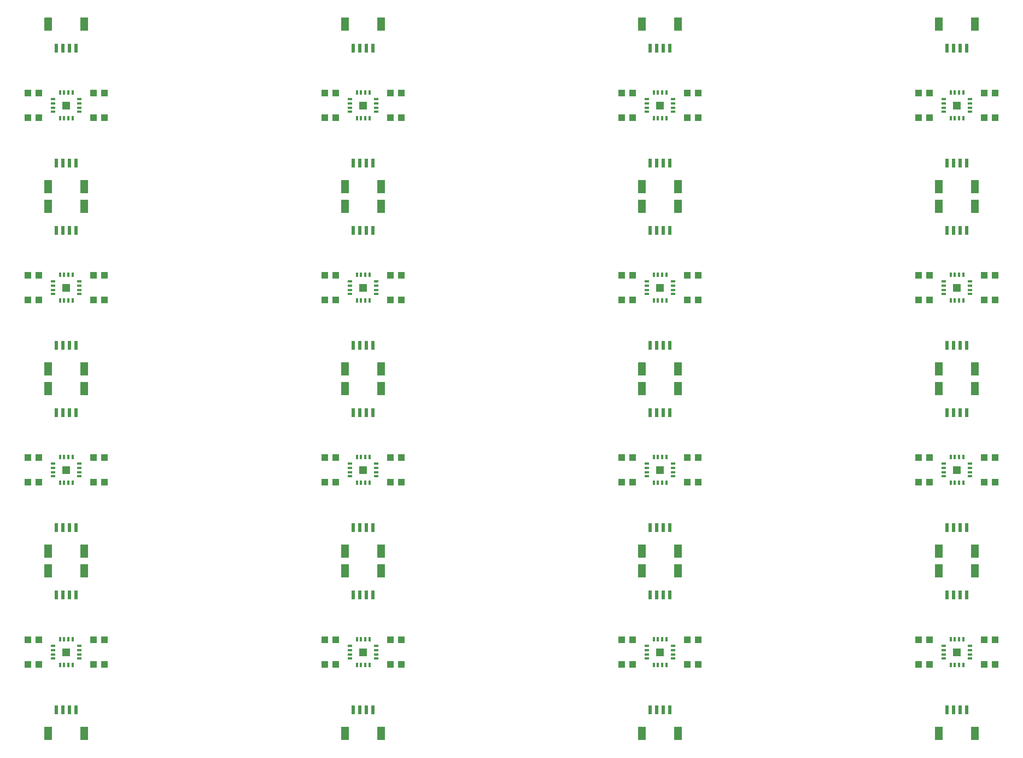
<source format=gtp>
G75*
%MOIN*%
%OFA0B0*%
%FSLAX25Y25*%
%IPPOS*%
%LPD*%
%AMOC8*
5,1,8,0,0,1.08239X$1,22.5*
%
%ADD10R,0.04724X0.07874*%
%ADD11R,0.02362X0.05315*%
%ADD12R,0.04331X0.03937*%
%ADD13R,0.05000X0.05000*%
%ADD14R,0.01378X0.03150*%
%ADD15R,0.03150X0.01378*%
D10*
X0182310Y0075531D03*
X0204357Y0075531D03*
X0204357Y0174469D03*
X0182310Y0174469D03*
X0182310Y0186531D03*
X0204357Y0186531D03*
X0204357Y0285469D03*
X0204357Y0297531D03*
X0182310Y0297531D03*
X0182310Y0285469D03*
X0182310Y0396469D03*
X0204357Y0396469D03*
X0204357Y0408531D03*
X0182310Y0408531D03*
X0182310Y0507469D03*
X0204357Y0507469D03*
X0363310Y0507469D03*
X0385357Y0507469D03*
X0385357Y0408531D03*
X0363310Y0408531D03*
X0363310Y0396469D03*
X0385357Y0396469D03*
X0385357Y0297531D03*
X0385357Y0285469D03*
X0363310Y0285469D03*
X0363310Y0297531D03*
X0363310Y0186531D03*
X0385357Y0186531D03*
X0385357Y0174469D03*
X0363310Y0174469D03*
X0363310Y0075531D03*
X0385357Y0075531D03*
X0544310Y0075531D03*
X0566357Y0075531D03*
X0566357Y0174469D03*
X0544310Y0174469D03*
X0544310Y0186531D03*
X0566357Y0186531D03*
X0566357Y0285469D03*
X0566357Y0297531D03*
X0544310Y0297531D03*
X0544310Y0285469D03*
X0544310Y0396469D03*
X0566357Y0396469D03*
X0566357Y0408531D03*
X0544310Y0408531D03*
X0544310Y0507469D03*
X0566357Y0507469D03*
X0725310Y0507469D03*
X0747357Y0507469D03*
X0747357Y0408531D03*
X0725310Y0408531D03*
X0725310Y0396469D03*
X0747357Y0396469D03*
X0747357Y0297531D03*
X0747357Y0285469D03*
X0725310Y0285469D03*
X0725310Y0297531D03*
X0725310Y0186531D03*
X0747357Y0186531D03*
X0747357Y0174469D03*
X0725310Y0174469D03*
X0725310Y0075531D03*
X0747357Y0075531D03*
D11*
X0742239Y0090000D03*
X0738302Y0090000D03*
X0734365Y0090000D03*
X0730428Y0090000D03*
X0730428Y0160000D03*
X0734365Y0160000D03*
X0738302Y0160000D03*
X0742239Y0160000D03*
X0742239Y0201000D03*
X0738302Y0201000D03*
X0734365Y0201000D03*
X0730428Y0201000D03*
X0730428Y0271000D03*
X0734365Y0271000D03*
X0738302Y0271000D03*
X0742239Y0271000D03*
X0742239Y0312000D03*
X0738302Y0312000D03*
X0734365Y0312000D03*
X0730428Y0312000D03*
X0730428Y0382000D03*
X0734365Y0382000D03*
X0738302Y0382000D03*
X0742239Y0382000D03*
X0742239Y0423000D03*
X0738302Y0423000D03*
X0734365Y0423000D03*
X0730428Y0423000D03*
X0730428Y0493000D03*
X0734365Y0493000D03*
X0738302Y0493000D03*
X0742239Y0493000D03*
X0561239Y0493000D03*
X0557302Y0493000D03*
X0553365Y0493000D03*
X0549428Y0493000D03*
X0549428Y0423000D03*
X0553365Y0423000D03*
X0557302Y0423000D03*
X0561239Y0423000D03*
X0561239Y0382000D03*
X0557302Y0382000D03*
X0553365Y0382000D03*
X0549428Y0382000D03*
X0549428Y0312000D03*
X0553365Y0312000D03*
X0557302Y0312000D03*
X0561239Y0312000D03*
X0561239Y0271000D03*
X0557302Y0271000D03*
X0553365Y0271000D03*
X0549428Y0271000D03*
X0549428Y0201000D03*
X0553365Y0201000D03*
X0557302Y0201000D03*
X0561239Y0201000D03*
X0561239Y0160000D03*
X0557302Y0160000D03*
X0553365Y0160000D03*
X0549428Y0160000D03*
X0549428Y0090000D03*
X0553365Y0090000D03*
X0557302Y0090000D03*
X0561239Y0090000D03*
X0380239Y0090000D03*
X0376302Y0090000D03*
X0372365Y0090000D03*
X0368428Y0090000D03*
X0368428Y0160000D03*
X0372365Y0160000D03*
X0376302Y0160000D03*
X0380239Y0160000D03*
X0380239Y0201000D03*
X0376302Y0201000D03*
X0372365Y0201000D03*
X0368428Y0201000D03*
X0368428Y0271000D03*
X0372365Y0271000D03*
X0376302Y0271000D03*
X0380239Y0271000D03*
X0380239Y0312000D03*
X0376302Y0312000D03*
X0372365Y0312000D03*
X0368428Y0312000D03*
X0368428Y0382000D03*
X0372365Y0382000D03*
X0376302Y0382000D03*
X0380239Y0382000D03*
X0380239Y0423000D03*
X0376302Y0423000D03*
X0372365Y0423000D03*
X0368428Y0423000D03*
X0368428Y0493000D03*
X0372365Y0493000D03*
X0376302Y0493000D03*
X0380239Y0493000D03*
X0199239Y0493000D03*
X0195302Y0493000D03*
X0191365Y0493000D03*
X0187428Y0493000D03*
X0187428Y0423000D03*
X0191365Y0423000D03*
X0195302Y0423000D03*
X0199239Y0423000D03*
X0199239Y0382000D03*
X0195302Y0382000D03*
X0191365Y0382000D03*
X0187428Y0382000D03*
X0187428Y0312000D03*
X0191365Y0312000D03*
X0195302Y0312000D03*
X0199239Y0312000D03*
X0199239Y0271000D03*
X0195302Y0271000D03*
X0191365Y0271000D03*
X0187428Y0271000D03*
X0187428Y0201000D03*
X0191365Y0201000D03*
X0195302Y0201000D03*
X0199239Y0201000D03*
X0199239Y0160000D03*
X0195302Y0160000D03*
X0191365Y0160000D03*
X0187428Y0160000D03*
X0187428Y0090000D03*
X0191365Y0090000D03*
X0195302Y0090000D03*
X0199239Y0090000D03*
D12*
X0209987Y0117500D03*
X0216680Y0117500D03*
X0216680Y0132500D03*
X0209987Y0132500D03*
X0176680Y0132500D03*
X0169987Y0132500D03*
X0169987Y0117500D03*
X0176680Y0117500D03*
X0350987Y0117500D03*
X0357680Y0117500D03*
X0357680Y0132500D03*
X0350987Y0132500D03*
X0390987Y0132500D03*
X0397680Y0132500D03*
X0397680Y0117500D03*
X0390987Y0117500D03*
X0531987Y0117500D03*
X0538680Y0117500D03*
X0538680Y0132500D03*
X0531987Y0132500D03*
X0571987Y0132500D03*
X0578680Y0132500D03*
X0578680Y0117500D03*
X0571987Y0117500D03*
X0712987Y0117500D03*
X0719680Y0117500D03*
X0719680Y0132500D03*
X0712987Y0132500D03*
X0752987Y0132500D03*
X0759680Y0132500D03*
X0759680Y0117500D03*
X0752987Y0117500D03*
X0752987Y0228500D03*
X0759680Y0228500D03*
X0759680Y0243500D03*
X0752987Y0243500D03*
X0719680Y0243500D03*
X0712987Y0243500D03*
X0712987Y0228500D03*
X0719680Y0228500D03*
X0578680Y0228500D03*
X0571987Y0228500D03*
X0571987Y0243500D03*
X0578680Y0243500D03*
X0538680Y0243500D03*
X0531987Y0243500D03*
X0531987Y0228500D03*
X0538680Y0228500D03*
X0397680Y0228500D03*
X0390987Y0228500D03*
X0390987Y0243500D03*
X0397680Y0243500D03*
X0357680Y0243500D03*
X0350987Y0243500D03*
X0350987Y0228500D03*
X0357680Y0228500D03*
X0216680Y0228500D03*
X0209987Y0228500D03*
X0209987Y0243500D03*
X0216680Y0243500D03*
X0176680Y0243500D03*
X0169987Y0243500D03*
X0169987Y0228500D03*
X0176680Y0228500D03*
X0176680Y0339500D03*
X0169987Y0339500D03*
X0169987Y0354500D03*
X0176680Y0354500D03*
X0209987Y0354500D03*
X0216680Y0354500D03*
X0216680Y0339500D03*
X0209987Y0339500D03*
X0350987Y0339500D03*
X0357680Y0339500D03*
X0357680Y0354500D03*
X0350987Y0354500D03*
X0390987Y0354500D03*
X0397680Y0354500D03*
X0397680Y0339500D03*
X0390987Y0339500D03*
X0531987Y0339500D03*
X0538680Y0339500D03*
X0538680Y0354500D03*
X0531987Y0354500D03*
X0571987Y0354500D03*
X0578680Y0354500D03*
X0578680Y0339500D03*
X0571987Y0339500D03*
X0712987Y0339500D03*
X0719680Y0339500D03*
X0719680Y0354500D03*
X0712987Y0354500D03*
X0752987Y0354500D03*
X0759680Y0354500D03*
X0759680Y0339500D03*
X0752987Y0339500D03*
X0752987Y0450500D03*
X0759680Y0450500D03*
X0759680Y0465500D03*
X0752987Y0465500D03*
X0719680Y0465500D03*
X0712987Y0465500D03*
X0712987Y0450500D03*
X0719680Y0450500D03*
X0578680Y0450500D03*
X0571987Y0450500D03*
X0571987Y0465500D03*
X0578680Y0465500D03*
X0538680Y0465500D03*
X0531987Y0465500D03*
X0531987Y0450500D03*
X0538680Y0450500D03*
X0397680Y0450500D03*
X0390987Y0450500D03*
X0390987Y0465500D03*
X0397680Y0465500D03*
X0357680Y0465500D03*
X0350987Y0465500D03*
X0350987Y0450500D03*
X0357680Y0450500D03*
X0216680Y0450500D03*
X0209987Y0450500D03*
X0209987Y0465500D03*
X0216680Y0465500D03*
X0176680Y0465500D03*
X0169987Y0465500D03*
X0169987Y0450500D03*
X0176680Y0450500D03*
D13*
X0193333Y0458000D03*
X0193333Y0347000D03*
X0374333Y0347000D03*
X0374333Y0458000D03*
X0555333Y0458000D03*
X0555333Y0347000D03*
X0736333Y0347000D03*
X0736333Y0458000D03*
X0736333Y0236000D03*
X0736333Y0125000D03*
X0555333Y0125000D03*
X0555333Y0236000D03*
X0374333Y0236000D03*
X0374333Y0125000D03*
X0193333Y0125000D03*
X0193333Y0236000D03*
D14*
X0192054Y0228126D03*
X0194613Y0228126D03*
X0197172Y0228126D03*
X0189495Y0228126D03*
X0189495Y0243874D03*
X0192054Y0243874D03*
X0194613Y0243874D03*
X0197172Y0243874D03*
X0197172Y0339126D03*
X0194613Y0339126D03*
X0192054Y0339126D03*
X0189495Y0339126D03*
X0189495Y0354874D03*
X0192054Y0354874D03*
X0194613Y0354874D03*
X0197172Y0354874D03*
X0197172Y0450126D03*
X0194613Y0450126D03*
X0192054Y0450126D03*
X0189495Y0450126D03*
X0189495Y0465874D03*
X0192054Y0465874D03*
X0194613Y0465874D03*
X0197172Y0465874D03*
X0370495Y0465874D03*
X0373054Y0465874D03*
X0375613Y0465874D03*
X0378172Y0465874D03*
X0378172Y0450126D03*
X0375613Y0450126D03*
X0373054Y0450126D03*
X0370495Y0450126D03*
X0370495Y0354874D03*
X0373054Y0354874D03*
X0375613Y0354874D03*
X0378172Y0354874D03*
X0378172Y0339126D03*
X0375613Y0339126D03*
X0373054Y0339126D03*
X0370495Y0339126D03*
X0370495Y0243874D03*
X0373054Y0243874D03*
X0375613Y0243874D03*
X0378172Y0243874D03*
X0378172Y0228126D03*
X0375613Y0228126D03*
X0373054Y0228126D03*
X0370495Y0228126D03*
X0370495Y0132874D03*
X0373054Y0132874D03*
X0375613Y0132874D03*
X0378172Y0132874D03*
X0378172Y0117126D03*
X0375613Y0117126D03*
X0373054Y0117126D03*
X0370495Y0117126D03*
X0197172Y0117126D03*
X0194613Y0117126D03*
X0192054Y0117126D03*
X0189495Y0117126D03*
X0189495Y0132874D03*
X0192054Y0132874D03*
X0194613Y0132874D03*
X0197172Y0132874D03*
X0551495Y0132874D03*
X0554054Y0132874D03*
X0556613Y0132874D03*
X0559172Y0132874D03*
X0559172Y0117126D03*
X0556613Y0117126D03*
X0554054Y0117126D03*
X0551495Y0117126D03*
X0732495Y0117126D03*
X0735054Y0117126D03*
X0737613Y0117126D03*
X0740172Y0117126D03*
X0740172Y0132874D03*
X0737613Y0132874D03*
X0735054Y0132874D03*
X0732495Y0132874D03*
X0732495Y0228126D03*
X0735054Y0228126D03*
X0737613Y0228126D03*
X0740172Y0228126D03*
X0740172Y0243874D03*
X0737613Y0243874D03*
X0735054Y0243874D03*
X0732495Y0243874D03*
X0732495Y0339126D03*
X0735054Y0339126D03*
X0737613Y0339126D03*
X0740172Y0339126D03*
X0740172Y0354874D03*
X0737613Y0354874D03*
X0735054Y0354874D03*
X0732495Y0354874D03*
X0732495Y0450126D03*
X0735054Y0450126D03*
X0737613Y0450126D03*
X0740172Y0450126D03*
X0740172Y0465874D03*
X0737613Y0465874D03*
X0735054Y0465874D03*
X0732495Y0465874D03*
X0559172Y0465874D03*
X0556613Y0465874D03*
X0554054Y0465874D03*
X0551495Y0465874D03*
X0551495Y0450126D03*
X0554054Y0450126D03*
X0556613Y0450126D03*
X0559172Y0450126D03*
X0559172Y0354874D03*
X0556613Y0354874D03*
X0554054Y0354874D03*
X0551495Y0354874D03*
X0551495Y0339126D03*
X0554054Y0339126D03*
X0556613Y0339126D03*
X0559172Y0339126D03*
X0559172Y0243874D03*
X0556613Y0243874D03*
X0554054Y0243874D03*
X0551495Y0243874D03*
X0551495Y0228126D03*
X0554054Y0228126D03*
X0556613Y0228126D03*
X0559172Y0228126D03*
D15*
X0563207Y0232161D03*
X0563207Y0234720D03*
X0563207Y0237280D03*
X0563207Y0239839D03*
X0547459Y0239839D03*
X0547459Y0237280D03*
X0547459Y0234720D03*
X0547459Y0232161D03*
X0382207Y0232161D03*
X0382207Y0234720D03*
X0382207Y0237280D03*
X0382207Y0239839D03*
X0366459Y0239839D03*
X0366459Y0237280D03*
X0366459Y0234720D03*
X0366459Y0232161D03*
X0201207Y0232161D03*
X0201207Y0234720D03*
X0201207Y0237280D03*
X0201207Y0239839D03*
X0185459Y0239839D03*
X0185459Y0237280D03*
X0185459Y0234720D03*
X0185459Y0232161D03*
X0185459Y0128839D03*
X0185459Y0126280D03*
X0185459Y0123720D03*
X0185459Y0121161D03*
X0201207Y0121161D03*
X0201207Y0123720D03*
X0201207Y0126280D03*
X0201207Y0128839D03*
X0366459Y0128839D03*
X0366459Y0126280D03*
X0366459Y0123720D03*
X0366459Y0121161D03*
X0382207Y0121161D03*
X0382207Y0123720D03*
X0382207Y0126280D03*
X0382207Y0128839D03*
X0547459Y0128839D03*
X0547459Y0126280D03*
X0547459Y0123720D03*
X0547459Y0121161D03*
X0563207Y0121161D03*
X0563207Y0123720D03*
X0563207Y0126280D03*
X0563207Y0128839D03*
X0728459Y0128839D03*
X0728459Y0126280D03*
X0728459Y0123720D03*
X0728459Y0121161D03*
X0744207Y0121161D03*
X0744207Y0123720D03*
X0744207Y0126280D03*
X0744207Y0128839D03*
X0744207Y0232161D03*
X0744207Y0234720D03*
X0744207Y0237280D03*
X0744207Y0239839D03*
X0728459Y0239839D03*
X0728459Y0237280D03*
X0728459Y0234720D03*
X0728459Y0232161D03*
X0728459Y0343161D03*
X0728459Y0345720D03*
X0728459Y0348280D03*
X0728459Y0350839D03*
X0744207Y0350839D03*
X0744207Y0348280D03*
X0744207Y0345720D03*
X0744207Y0343161D03*
X0563207Y0343161D03*
X0563207Y0345720D03*
X0563207Y0348280D03*
X0563207Y0350839D03*
X0547459Y0350839D03*
X0547459Y0348280D03*
X0547459Y0345720D03*
X0547459Y0343161D03*
X0382207Y0343161D03*
X0382207Y0345720D03*
X0382207Y0348280D03*
X0382207Y0350839D03*
X0366459Y0350839D03*
X0366459Y0348280D03*
X0366459Y0345720D03*
X0366459Y0343161D03*
X0201207Y0343161D03*
X0201207Y0345720D03*
X0201207Y0348280D03*
X0201207Y0350839D03*
X0185459Y0350839D03*
X0185459Y0348280D03*
X0185459Y0345720D03*
X0185459Y0343161D03*
X0185459Y0454161D03*
X0185459Y0456720D03*
X0185459Y0459280D03*
X0185459Y0461839D03*
X0201207Y0461839D03*
X0201207Y0459280D03*
X0201207Y0456720D03*
X0201207Y0454161D03*
X0366459Y0454161D03*
X0366459Y0456720D03*
X0366459Y0459280D03*
X0366459Y0461839D03*
X0382207Y0461839D03*
X0382207Y0459280D03*
X0382207Y0456720D03*
X0382207Y0454161D03*
X0547459Y0454161D03*
X0547459Y0456720D03*
X0547459Y0459280D03*
X0547459Y0461839D03*
X0563207Y0461839D03*
X0563207Y0459280D03*
X0563207Y0456720D03*
X0563207Y0454161D03*
X0728459Y0454161D03*
X0728459Y0456720D03*
X0728459Y0459280D03*
X0728459Y0461839D03*
X0744207Y0461839D03*
X0744207Y0459280D03*
X0744207Y0456720D03*
X0744207Y0454161D03*
M02*

</source>
